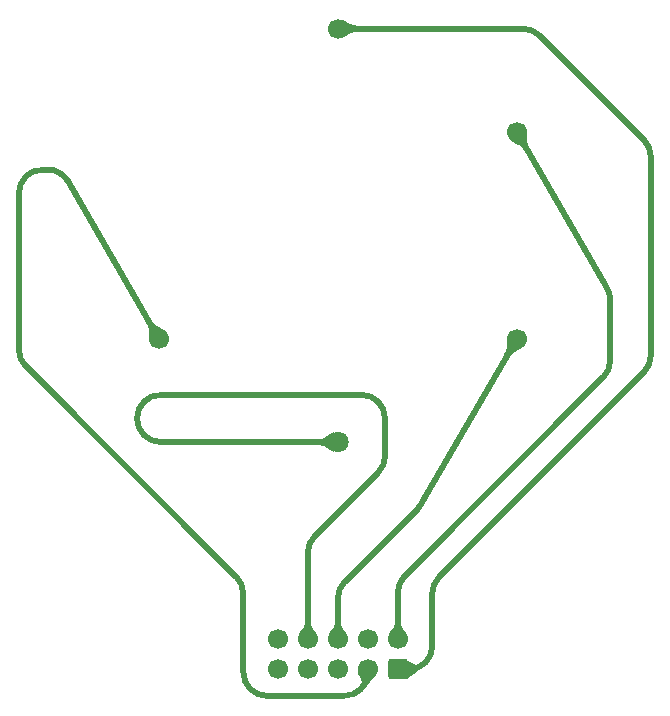
<source format=gbr>
%TF.GenerationSoftware,KiCad,Pcbnew,7.0.10-7.0.10~ubuntu20.04.1*%
%TF.CreationDate,2024-07-27T02:52:01+03:00*%
%TF.ProjectId,Prog,50726f67-2e6b-4696-9361-645f70636258,rev?*%
%TF.SameCoordinates,Original*%
%TF.FileFunction,Copper,L1,Top*%
%TF.FilePolarity,Positive*%
%FSLAX46Y46*%
G04 Gerber Fmt 4.6, Leading zero omitted, Abs format (unit mm)*
G04 Created by KiCad (PCBNEW 7.0.10-7.0.10~ubuntu20.04.1) date 2024-07-27 02:52:01*
%MOMM*%
%LPD*%
G01*
G04 APERTURE LIST*
G04 Aperture macros list*
%AMRoundRect*
0 Rectangle with rounded corners*
0 $1 Rounding radius*
0 $2 $3 $4 $5 $6 $7 $8 $9 X,Y pos of 4 corners*
0 Add a 4 corners polygon primitive as box body*
4,1,4,$2,$3,$4,$5,$6,$7,$8,$9,$2,$3,0*
0 Add four circle primitives for the rounded corners*
1,1,$1+$1,$2,$3*
1,1,$1+$1,$4,$5*
1,1,$1+$1,$6,$7*
1,1,$1+$1,$8,$9*
0 Add four rect primitives between the rounded corners*
20,1,$1+$1,$2,$3,$4,$5,0*
20,1,$1+$1,$4,$5,$6,$7,0*
20,1,$1+$1,$6,$7,$8,$9,0*
20,1,$1+$1,$8,$9,$2,$3,0*%
G04 Aperture macros list end*
%TA.AperFunction,ComponentPad*%
%ADD10RoundRect,0.250000X0.600000X-0.600000X0.600000X0.600000X-0.600000X0.600000X-0.600000X-0.600000X0*%
%TD*%
%TA.AperFunction,ComponentPad*%
%ADD11C,1.700000*%
%TD*%
%TA.AperFunction,ComponentPad*%
%ADD12C,1.800000*%
%TD*%
%TA.AperFunction,Conductor*%
%ADD13C,0.500000*%
%TD*%
G04 APERTURE END LIST*
D10*
%TO.P,J6,1,Pin_1*%
%TO.N,Net-(J2-Pin_1)*%
X105080000Y-136752500D03*
D11*
%TO.P,J6,2,Pin_2*%
%TO.N,Net-(J3-Pin_1)*%
X105080000Y-134212500D03*
%TO.P,J6,3,Pin_3*%
%TO.N,Net-(J5-Pin_1)*%
X102540000Y-136752500D03*
%TO.P,J6,4,Pin_4*%
%TO.N,unconnected-(J6-Pin_4-Pad4)*%
X102540000Y-134212500D03*
%TO.P,J6,5,Pin_5*%
%TO.N,unconnected-(J6-Pin_5-Pad5)*%
X100000000Y-136752500D03*
%TO.P,J6,6,Pin_6*%
%TO.N,Net-(J4-Pin_1)*%
X100000000Y-134212500D03*
%TO.P,J6,7,Pin_7*%
%TO.N,unconnected-(J6-Pin_7-Pad7)*%
X97460000Y-136752500D03*
%TO.P,J6,8,Pin_8*%
%TO.N,Net-(J1-Pin_1)*%
X97460000Y-134212500D03*
%TO.P,J6,9,Pin_9*%
%TO.N,unconnected-(J6-Pin_9-Pad9)*%
X94920000Y-136752500D03*
%TO.P,J6,10,Pin_10*%
%TO.N,unconnected-(J6-Pin_10-Pad10)*%
X94920000Y-134212500D03*
%TD*%
%TO.P,J5,1,Pin_1*%
%TO.N,Net-(J5-Pin_1)*%
X84844600Y-108750000D03*
%TD*%
%TO.P,J4,1,Pin_1*%
%TO.N,Net-(J4-Pin_1)*%
X115155400Y-108750000D03*
%TD*%
%TO.P,J3,1,Pin_1*%
%TO.N,Net-(J3-Pin_1)*%
X115155400Y-91250000D03*
%TD*%
%TO.P,J2,1,Pin_1*%
%TO.N,Net-(J2-Pin_1)*%
X100000000Y-82500000D03*
%TD*%
D12*
%TO.P,J1,1,Pin_1*%
%TO.N,Net-(J1-Pin_1)*%
X100000000Y-117500000D03*
%TD*%
D13*
%TO.N,Net-(J5-Pin_1)*%
X100540000Y-139000000D02*
G75*
G03*
X102540000Y-137000000I0J2000000D01*
G01*
X92000000Y-137000000D02*
G75*
G03*
X94000000Y-139000000I2000000J0D01*
G01*
X91999980Y-130328427D02*
G75*
G03*
X91414212Y-128914214I-1999980J27D01*
G01*
X73000020Y-109671573D02*
G75*
G03*
X73585787Y-111085785I1999980J-27D01*
G01*
X92000000Y-137000000D02*
X92000000Y-130328427D01*
X75000000Y-94425600D02*
G75*
G03*
X73000000Y-96425598I0J-2000000D01*
G01*
X91414213Y-128914213D02*
X73585786Y-111085786D01*
X77151752Y-95425598D02*
X84844600Y-108750000D01*
X77151752Y-95425598D02*
G75*
G03*
X75419702Y-94425598I-1732052J-1000002D01*
G01*
X102540000Y-136752500D02*
X102540000Y-137000000D01*
X100540000Y-139000000D02*
X94000000Y-139000000D01*
X73000000Y-109671573D02*
X73000000Y-96425598D01*
X75000000Y-94425598D02*
X75419702Y-94425598D01*
%TO.N,Net-(J2-Pin_1)*%
X126499980Y-93328427D02*
G75*
G03*
X125914212Y-91914214I-1999980J27D01*
G01*
X117085800Y-83085772D02*
G75*
G03*
X115671573Y-82500000I-1414200J-1414228D01*
G01*
%TO.N,Net-(J3-Pin_1)*%
X123059562Y-105476326D02*
G75*
G03*
X122791622Y-104476326I-1999962J26D01*
G01*
%TO.N,Net-(J4-Pin_1)*%
X106768261Y-123140629D02*
G75*
G03*
X107086107Y-122726425I-1414161J1414229D01*
G01*
X100585769Y-129323103D02*
G75*
G03*
X100000000Y-130737335I1414231J-1414197D01*
G01*
%TO.N,Net-(J2-Pin_1)*%
X106000000Y-136752500D02*
G75*
G03*
X108000000Y-134752500I0J2000000D01*
G01*
X125914228Y-111585800D02*
G75*
G03*
X126500000Y-110171573I-1414228J1414200D01*
G01*
X108585773Y-128914199D02*
G75*
G03*
X108000000Y-130328427I1414227J-1414201D01*
G01*
%TO.N,Net-(J3-Pin_1)*%
X122473780Y-112026208D02*
G75*
G03*
X123059572Y-110612001I-1414180J1414208D01*
G01*
X105665773Y-128834199D02*
G75*
G03*
X105080000Y-130248427I1414227J-1414201D01*
G01*
%TO.N,Net-(J2-Pin_1)*%
X105080000Y-136752500D02*
X106000000Y-136752500D01*
X108585787Y-128914213D02*
X125914214Y-111585786D01*
X108000000Y-134752500D02*
X108000000Y-130328427D01*
X126500000Y-110171573D02*
X126500000Y-93328427D01*
X125914213Y-91914213D02*
X117085786Y-83085786D01*
X115671573Y-82500000D02*
X100000000Y-82500000D01*
%TO.N,Net-(J1-Pin_1)*%
X83000000Y-115500000D02*
G75*
G03*
X85000000Y-117500000I2000000J0D01*
G01*
X103414228Y-120085800D02*
G75*
G03*
X104000000Y-118671573I-1414228J1414200D01*
G01*
X85000000Y-113500000D02*
G75*
G03*
X83000000Y-115500000I0J-2000000D01*
G01*
X104000000Y-115500000D02*
G75*
G03*
X102000000Y-113500000I-2000000J0D01*
G01*
X98045773Y-125454199D02*
G75*
G03*
X97460000Y-126868427I1414227J-1414201D01*
G01*
X97460000Y-134212500D02*
X97460000Y-126868427D01*
X102000000Y-113500000D02*
X85000000Y-113500000D01*
X98045787Y-125454213D02*
X103414214Y-120085786D01*
X104000000Y-118671573D02*
X104000000Y-115500000D01*
X83000000Y-115500000D02*
X83000000Y-115500000D01*
X85000000Y-117500000D02*
X100000000Y-117500000D01*
%TO.N,Net-(J4-Pin_1)*%
X107086107Y-122726425D02*
X115155400Y-108750000D01*
X100000000Y-134212500D02*
X100000000Y-130737335D01*
X100585787Y-129323121D02*
X106768270Y-123140638D01*
%TO.N,Net-(J3-Pin_1)*%
X122791623Y-104476326D02*
X115155400Y-91250000D01*
X105080000Y-134212500D02*
X105080000Y-130248427D01*
X105665787Y-128834213D02*
X122473786Y-112026214D01*
X123059572Y-110612001D02*
X123059572Y-105476326D01*
%TD*%
%TA.AperFunction,Conductor*%
%TO.N,Net-(J5-Pin_1)*%
G36*
X102544022Y-136755130D02*
G01*
X102544040Y-136755147D01*
X103132950Y-137345431D01*
X103136367Y-137353709D01*
X103133104Y-137361801D01*
X102908866Y-137595216D01*
X102908855Y-137595228D01*
X102754849Y-137776496D01*
X102754834Y-137776515D01*
X102632153Y-137942372D01*
X102494184Y-138137514D01*
X102494024Y-138137736D01*
X102300919Y-138397768D01*
X102293236Y-138402366D01*
X102284550Y-138400185D01*
X102284404Y-138400074D01*
X101904745Y-138108752D01*
X101900267Y-138100997D01*
X101901353Y-138094337D01*
X101975539Y-137942372D01*
X102035300Y-137819955D01*
X102003886Y-137590193D01*
X101882768Y-137367029D01*
X101882587Y-137366680D01*
X101880159Y-137361801D01*
X101752220Y-137104748D01*
X101751173Y-137101564D01*
X101692402Y-136766206D01*
X101694349Y-136757466D01*
X101701906Y-136752663D01*
X101703914Y-136752487D01*
X102535747Y-136751711D01*
X102544022Y-136755130D01*
G37*
%TD.AperFunction*%
%TD*%
%TA.AperFunction,Conductor*%
%TO.N,Net-(J5-Pin_1)*%
G36*
X84224568Y-107173882D02*
G01*
X84443619Y-107475782D01*
X84660089Y-107645642D01*
X84886475Y-107758552D01*
X84886870Y-107758759D01*
X85141247Y-107897980D01*
X85143078Y-107899220D01*
X85435724Y-108140773D01*
X85439923Y-108148682D01*
X85437299Y-108157244D01*
X85436559Y-108158060D01*
X84848533Y-108747425D01*
X84840263Y-108750861D01*
X84840238Y-108750861D01*
X84006657Y-108750012D01*
X83998387Y-108746577D01*
X83994969Y-108738300D01*
X83994974Y-108737998D01*
X84005260Y-108408033D01*
X84005265Y-108407902D01*
X84018156Y-108158060D01*
X84018217Y-108156886D01*
X84018216Y-108156878D01*
X84018217Y-108156872D01*
X84004918Y-107943321D01*
X83936817Y-107713941D01*
X83936816Y-107713939D01*
X83936815Y-107713935D01*
X83790379Y-107425235D01*
X83789692Y-107416306D01*
X83794961Y-107409812D01*
X84209251Y-107170621D01*
X84218127Y-107169453D01*
X84224568Y-107173882D01*
G37*
%TD.AperFunction*%
%TD*%
%TA.AperFunction,Conductor*%
%TO.N,Net-(J2-Pin_1)*%
G36*
X105784165Y-135926396D02*
G01*
X106598871Y-136393179D01*
X106603863Y-136398853D01*
X106790123Y-136848529D01*
X106790123Y-136857483D01*
X106786134Y-136862512D01*
X105864840Y-137523492D01*
X105856121Y-137525531D01*
X105849754Y-137522266D01*
X105086665Y-136760457D01*
X105083231Y-136752187D01*
X105085962Y-136744664D01*
X105769382Y-135929034D01*
X105777322Y-135924894D01*
X105784165Y-135926396D01*
G37*
%TD.AperFunction*%
%TD*%
%TA.AperFunction,Conductor*%
%TO.N,Net-(J2-Pin_1)*%
G36*
X100335793Y-81719894D02*
G01*
X100336464Y-81720198D01*
X100476437Y-81788986D01*
X100658573Y-81878495D01*
X100659647Y-81879095D01*
X100891144Y-82025071D01*
X101093709Y-82142871D01*
X101339201Y-82221427D01*
X101689225Y-82249146D01*
X101697200Y-82253215D01*
X101700000Y-82260809D01*
X101700000Y-82739190D01*
X101696573Y-82747463D01*
X101689224Y-82750853D01*
X101339202Y-82778571D01*
X101093715Y-82857125D01*
X101093706Y-82857129D01*
X100891154Y-82974921D01*
X100659643Y-83120905D01*
X100658562Y-83121508D01*
X100336464Y-83279801D01*
X100327528Y-83280375D01*
X100320804Y-83274461D01*
X100320505Y-83273804D01*
X100000864Y-82504488D01*
X100000856Y-82495534D01*
X100000865Y-82495511D01*
X100320499Y-81726209D01*
X100326838Y-81719885D01*
X100335793Y-81719894D01*
G37*
%TD.AperFunction*%
%TD*%
%TA.AperFunction,Conductor*%
%TO.N,Net-(J1-Pin_1)*%
G36*
X97707463Y-132515927D02*
G01*
X97710853Y-132523276D01*
X97738571Y-132873296D01*
X97817125Y-133118783D01*
X97817129Y-133118792D01*
X97934921Y-133321343D01*
X98080905Y-133552855D01*
X98081508Y-133553936D01*
X98239801Y-133876035D01*
X98240375Y-133884971D01*
X98234461Y-133891695D01*
X98233790Y-133892000D01*
X97464489Y-134211634D01*
X97455534Y-134211643D01*
X97455511Y-134211634D01*
X96686210Y-133892000D01*
X96679885Y-133885661D01*
X96679894Y-133876706D01*
X96680198Y-133876035D01*
X96838490Y-133553936D01*
X96838499Y-133553917D01*
X96839093Y-133552855D01*
X96985071Y-133321354D01*
X97102871Y-133118790D01*
X97181427Y-132873298D01*
X97209147Y-132523276D01*
X97213216Y-132515300D01*
X97220810Y-132512500D01*
X97699190Y-132512500D01*
X97707463Y-132515927D01*
G37*
%TD.AperFunction*%
%TD*%
%TA.AperFunction,Conductor*%
%TO.N,Net-(J1-Pin_1)*%
G36*
X99660060Y-116679348D02*
G01*
X99660383Y-116680058D01*
X99999135Y-117495512D01*
X99999144Y-117504466D01*
X99999135Y-117504488D01*
X99660383Y-118319941D01*
X99654044Y-118326267D01*
X99645090Y-118326258D01*
X99644380Y-118325935D01*
X99301997Y-118156143D01*
X99300842Y-118155486D01*
X99056120Y-117997232D01*
X98842405Y-117868310D01*
X98842396Y-117868306D01*
X98647877Y-117803394D01*
X98582818Y-117781683D01*
X98525674Y-117776953D01*
X98210735Y-117750888D01*
X98202773Y-117746791D01*
X98200000Y-117739228D01*
X98200000Y-117260771D01*
X98203427Y-117252498D01*
X98210733Y-117249111D01*
X98582818Y-117218316D01*
X98842402Y-117131690D01*
X99056135Y-117002756D01*
X99300848Y-116844507D01*
X99301990Y-116843857D01*
X99644381Y-116674063D01*
X99653314Y-116673459D01*
X99660060Y-116679348D01*
G37*
%TD.AperFunction*%
%TD*%
%TA.AperFunction,Conductor*%
%TO.N,Net-(J4-Pin_1)*%
G36*
X115159313Y-108752555D02*
G01*
X115160432Y-108753676D01*
X115747359Y-109341939D01*
X115750776Y-109350216D01*
X115747340Y-109358486D01*
X115746524Y-109359226D01*
X115453878Y-109600777D01*
X115452047Y-109602017D01*
X115197670Y-109741238D01*
X115197275Y-109741445D01*
X114970890Y-109854355D01*
X114970889Y-109854356D01*
X114754419Y-110024217D01*
X114754418Y-110024217D01*
X114754417Y-110024219D01*
X114535369Y-110326116D01*
X114527737Y-110330800D01*
X114520049Y-110329377D01*
X114105763Y-110090189D01*
X114100312Y-110083085D01*
X114101179Y-110074764D01*
X114247615Y-109786063D01*
X114247615Y-109786060D01*
X114247617Y-109786058D01*
X114315718Y-109556677D01*
X114329017Y-109343126D01*
X114329016Y-109343118D01*
X114329017Y-109343111D01*
X114321155Y-109190741D01*
X114316065Y-109092100D01*
X114316059Y-109091961D01*
X114305775Y-108762050D01*
X114308942Y-108753676D01*
X114317104Y-108749993D01*
X114317411Y-108749987D01*
X115151040Y-108749138D01*
X115159313Y-108752555D01*
G37*
%TD.AperFunction*%
%TD*%
%TA.AperFunction,Conductor*%
%TO.N,Net-(J4-Pin_1)*%
G36*
X100247463Y-132515927D02*
G01*
X100250853Y-132523276D01*
X100278571Y-132873296D01*
X100357125Y-133118783D01*
X100357129Y-133118792D01*
X100474921Y-133321343D01*
X100620905Y-133552855D01*
X100621508Y-133553936D01*
X100779801Y-133876035D01*
X100780375Y-133884971D01*
X100774461Y-133891695D01*
X100773790Y-133892000D01*
X100004489Y-134211634D01*
X99995534Y-134211643D01*
X99995511Y-134211634D01*
X99226210Y-133892000D01*
X99219885Y-133885661D01*
X99219894Y-133876706D01*
X99220198Y-133876035D01*
X99378490Y-133553936D01*
X99378499Y-133553917D01*
X99379093Y-133552855D01*
X99525071Y-133321354D01*
X99642871Y-133118790D01*
X99721427Y-132873298D01*
X99749147Y-132523276D01*
X99753216Y-132515300D01*
X99760810Y-132512500D01*
X100239190Y-132512500D01*
X100247463Y-132515927D01*
G37*
%TD.AperFunction*%
%TD*%
%TA.AperFunction,Conductor*%
%TO.N,Net-(J3-Pin_1)*%
G36*
X115993343Y-91249987D02*
G01*
X116001612Y-91253422D01*
X116005030Y-91261699D01*
X116005024Y-91262052D01*
X115994740Y-91591915D01*
X115994730Y-91592153D01*
X115981780Y-91843110D01*
X115981781Y-91843132D01*
X115995079Y-92056674D01*
X115995080Y-92056678D01*
X116063183Y-92286063D01*
X116209620Y-92574764D01*
X116210307Y-92583693D01*
X116205036Y-92590189D01*
X115790750Y-92829377D01*
X115781872Y-92830546D01*
X115775430Y-92826116D01*
X115556380Y-92524217D01*
X115339909Y-92354356D01*
X115339908Y-92354355D01*
X115113522Y-92241445D01*
X115113127Y-92241238D01*
X114858750Y-92102017D01*
X114856919Y-92100777D01*
X114564275Y-91859226D01*
X114560076Y-91851317D01*
X114562700Y-91842755D01*
X114563440Y-91841939D01*
X114812659Y-91592153D01*
X115151469Y-91252572D01*
X115159733Y-91249138D01*
X115993343Y-91249987D01*
G37*
%TD.AperFunction*%
%TD*%
%TA.AperFunction,Conductor*%
%TO.N,Net-(J3-Pin_1)*%
G36*
X105327463Y-132515927D02*
G01*
X105330853Y-132523276D01*
X105358571Y-132873296D01*
X105437125Y-133118783D01*
X105437129Y-133118792D01*
X105554921Y-133321343D01*
X105700905Y-133552855D01*
X105701508Y-133553936D01*
X105859801Y-133876035D01*
X105860375Y-133884971D01*
X105854461Y-133891695D01*
X105853790Y-133892000D01*
X105084489Y-134211634D01*
X105075534Y-134211643D01*
X105075511Y-134211634D01*
X104306210Y-133892000D01*
X104299885Y-133885661D01*
X104299894Y-133876706D01*
X104300198Y-133876035D01*
X104458490Y-133553936D01*
X104458499Y-133553917D01*
X104459093Y-133552855D01*
X104605071Y-133321354D01*
X104722871Y-133118790D01*
X104801427Y-132873298D01*
X104829147Y-132523276D01*
X104833216Y-132515300D01*
X104840810Y-132512500D01*
X105319190Y-132512500D01*
X105327463Y-132515927D01*
G37*
%TD.AperFunction*%
%TD*%
M02*

</source>
